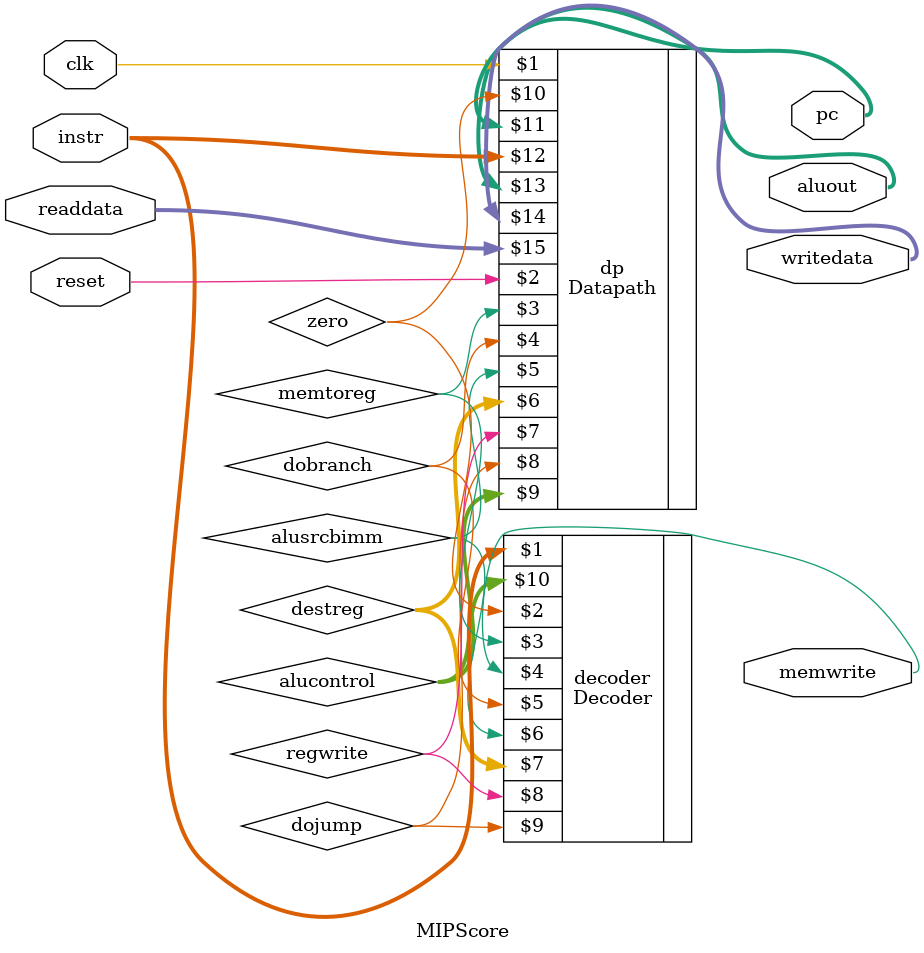
<source format=v>
module MIPScore(
	input clk,
	input reset,
	// Connected to instruction memory
	output [31:0] pc,
	input  [31:0] instr,
	// Connected to data memory
	output        memwrite,
	output [31:0] aluout, writedata,
	input  [31:0] readdata
);
	wire       memtoreg, alusrcbimm, regwrite, dojump, dobranch, zero;
	wire [4:0] destreg;
	wire [2:0] alucontrol;

	Decoder decoder(instr, zero, memtoreg, memwrite,
					dobranch, alusrcbimm, destreg,
					regwrite, dojump, alucontrol);
	Datapath dp(clk, reset, memtoreg, dobranch,
				alusrcbimm, destreg, regwrite, dojump,
				alucontrol,
				zero, pc, instr,
				aluout, writedata, readdata);
endmodule


</source>
